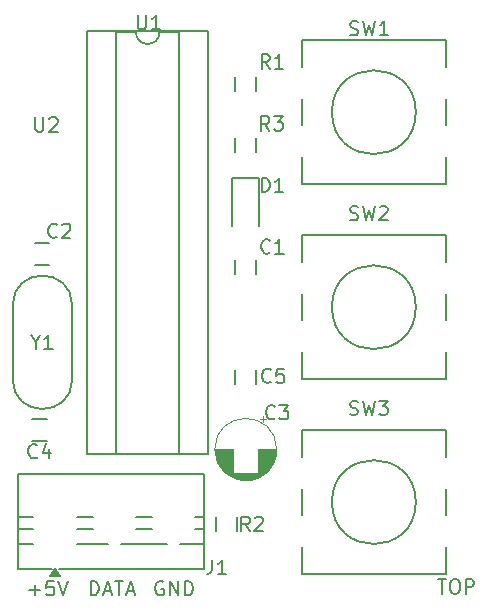
<source format=gbr>
%TF.GenerationSoftware,KiCad,Pcbnew,9.0.1*%
%TF.CreationDate,2025-06-03T10:55:25+05:30*%
%TF.ProjectId,lighting_pcb_tht,6c696768-7469-46e6-975f-7063625f7468,rev?*%
%TF.SameCoordinates,Original*%
%TF.FileFunction,Legend,Top*%
%TF.FilePolarity,Positive*%
%FSLAX46Y46*%
G04 Gerber Fmt 4.6, Leading zero omitted, Abs format (unit mm)*
G04 Created by KiCad (PCBNEW 9.0.1) date 2025-06-03 10:55:25*
%MOMM*%
%LPD*%
G01*
G04 APERTURE LIST*
%ADD10C,0.170000*%
%ADD11C,0.120000*%
G04 APERTURE END LIST*
D10*
X7877556Y-49414302D02*
X7877556Y-48214302D01*
X7877556Y-48214302D02*
X8163270Y-48214302D01*
X8163270Y-48214302D02*
X8334699Y-48271445D01*
X8334699Y-48271445D02*
X8448984Y-48385731D01*
X8448984Y-48385731D02*
X8506127Y-48500017D01*
X8506127Y-48500017D02*
X8563270Y-48728588D01*
X8563270Y-48728588D02*
X8563270Y-48900017D01*
X8563270Y-48900017D02*
X8506127Y-49128588D01*
X8506127Y-49128588D02*
X8448984Y-49242874D01*
X8448984Y-49242874D02*
X8334699Y-49357160D01*
X8334699Y-49357160D02*
X8163270Y-49414302D01*
X8163270Y-49414302D02*
X7877556Y-49414302D01*
X9020413Y-49071445D02*
X9591842Y-49071445D01*
X8906127Y-49414302D02*
X9306127Y-48214302D01*
X9306127Y-48214302D02*
X9706127Y-49414302D01*
X9934698Y-48214302D02*
X10620413Y-48214302D01*
X10277555Y-49414302D02*
X10277555Y-48214302D01*
X10963270Y-49071445D02*
X11534699Y-49071445D01*
X10848984Y-49414302D02*
X11248984Y-48214302D01*
X11248984Y-48214302D02*
X11648984Y-49414302D01*
X14016127Y-48271445D02*
X13901842Y-48214302D01*
X13901842Y-48214302D02*
X13730413Y-48214302D01*
X13730413Y-48214302D02*
X13558984Y-48271445D01*
X13558984Y-48271445D02*
X13444699Y-48385731D01*
X13444699Y-48385731D02*
X13387556Y-48500017D01*
X13387556Y-48500017D02*
X13330413Y-48728588D01*
X13330413Y-48728588D02*
X13330413Y-48900017D01*
X13330413Y-48900017D02*
X13387556Y-49128588D01*
X13387556Y-49128588D02*
X13444699Y-49242874D01*
X13444699Y-49242874D02*
X13558984Y-49357160D01*
X13558984Y-49357160D02*
X13730413Y-49414302D01*
X13730413Y-49414302D02*
X13844699Y-49414302D01*
X13844699Y-49414302D02*
X14016127Y-49357160D01*
X14016127Y-49357160D02*
X14073270Y-49300017D01*
X14073270Y-49300017D02*
X14073270Y-48900017D01*
X14073270Y-48900017D02*
X13844699Y-48900017D01*
X14587556Y-49414302D02*
X14587556Y-48214302D01*
X14587556Y-48214302D02*
X15273270Y-49414302D01*
X15273270Y-49414302D02*
X15273270Y-48214302D01*
X15844699Y-49414302D02*
X15844699Y-48214302D01*
X15844699Y-48214302D02*
X16130413Y-48214302D01*
X16130413Y-48214302D02*
X16301842Y-48271445D01*
X16301842Y-48271445D02*
X16416127Y-48385731D01*
X16416127Y-48385731D02*
X16473270Y-48500017D01*
X16473270Y-48500017D02*
X16530413Y-48728588D01*
X16530413Y-48728588D02*
X16530413Y-48900017D01*
X16530413Y-48900017D02*
X16473270Y-49128588D01*
X16473270Y-49128588D02*
X16416127Y-49242874D01*
X16416127Y-49242874D02*
X16301842Y-49357160D01*
X16301842Y-49357160D02*
X16130413Y-49414302D01*
X16130413Y-49414302D02*
X15844699Y-49414302D01*
X2677556Y-48957160D02*
X3591842Y-48957160D01*
X3134699Y-49414302D02*
X3134699Y-48500017D01*
X4734698Y-48214302D02*
X4163270Y-48214302D01*
X4163270Y-48214302D02*
X4106127Y-48785731D01*
X4106127Y-48785731D02*
X4163270Y-48728588D01*
X4163270Y-48728588D02*
X4277556Y-48671445D01*
X4277556Y-48671445D02*
X4563270Y-48671445D01*
X4563270Y-48671445D02*
X4677556Y-48728588D01*
X4677556Y-48728588D02*
X4734698Y-48785731D01*
X4734698Y-48785731D02*
X4791841Y-48900017D01*
X4791841Y-48900017D02*
X4791841Y-49185731D01*
X4791841Y-49185731D02*
X4734698Y-49300017D01*
X4734698Y-49300017D02*
X4677556Y-49357160D01*
X4677556Y-49357160D02*
X4563270Y-49414302D01*
X4563270Y-49414302D02*
X4277556Y-49414302D01*
X4277556Y-49414302D02*
X4163270Y-49357160D01*
X4163270Y-49357160D02*
X4106127Y-49300017D01*
X5134698Y-48214302D02*
X5534698Y-49414302D01*
X5534698Y-49414302D02*
X5934698Y-48214302D01*
X37296127Y-48054302D02*
X37981842Y-48054302D01*
X37638984Y-49254302D02*
X37638984Y-48054302D01*
X38610413Y-48054302D02*
X38838985Y-48054302D01*
X38838985Y-48054302D02*
X38953270Y-48111445D01*
X38953270Y-48111445D02*
X39067556Y-48225731D01*
X39067556Y-48225731D02*
X39124699Y-48454302D01*
X39124699Y-48454302D02*
X39124699Y-48854302D01*
X39124699Y-48854302D02*
X39067556Y-49082874D01*
X39067556Y-49082874D02*
X38953270Y-49197160D01*
X38953270Y-49197160D02*
X38838985Y-49254302D01*
X38838985Y-49254302D02*
X38610413Y-49254302D01*
X38610413Y-49254302D02*
X38496128Y-49197160D01*
X38496128Y-49197160D02*
X38381842Y-49082874D01*
X38381842Y-49082874D02*
X38324699Y-48854302D01*
X38324699Y-48854302D02*
X38324699Y-48454302D01*
X38324699Y-48454302D02*
X38381842Y-48225731D01*
X38381842Y-48225731D02*
X38496128Y-48111445D01*
X38496128Y-48111445D02*
X38610413Y-48054302D01*
X39638985Y-49254302D02*
X39638985Y-48054302D01*
X39638985Y-48054302D02*
X40096128Y-48054302D01*
X40096128Y-48054302D02*
X40210413Y-48111445D01*
X40210413Y-48111445D02*
X40267556Y-48168588D01*
X40267556Y-48168588D02*
X40324699Y-48282874D01*
X40324699Y-48282874D02*
X40324699Y-48454302D01*
X40324699Y-48454302D02*
X40267556Y-48568588D01*
X40267556Y-48568588D02*
X40210413Y-48625731D01*
X40210413Y-48625731D02*
X40096128Y-48682874D01*
X40096128Y-48682874D02*
X39638985Y-48682874D01*
X22344286Y-15256302D02*
X22344286Y-14056302D01*
X22344286Y-14056302D02*
X22630000Y-14056302D01*
X22630000Y-14056302D02*
X22801429Y-14113445D01*
X22801429Y-14113445D02*
X22915714Y-14227731D01*
X22915714Y-14227731D02*
X22972857Y-14342017D01*
X22972857Y-14342017D02*
X23030000Y-14570588D01*
X23030000Y-14570588D02*
X23030000Y-14742017D01*
X23030000Y-14742017D02*
X22972857Y-14970588D01*
X22972857Y-14970588D02*
X22915714Y-15084874D01*
X22915714Y-15084874D02*
X22801429Y-15199160D01*
X22801429Y-15199160D02*
X22630000Y-15256302D01*
X22630000Y-15256302D02*
X22344286Y-15256302D01*
X24172857Y-15256302D02*
X23487143Y-15256302D01*
X23830000Y-15256302D02*
X23830000Y-14056302D01*
X23830000Y-14056302D02*
X23715714Y-14227731D01*
X23715714Y-14227731D02*
X23601429Y-14342017D01*
X23601429Y-14342017D02*
X23487143Y-14399160D01*
X23040000Y-4806302D02*
X22640000Y-4234874D01*
X22354286Y-4806302D02*
X22354286Y-3606302D01*
X22354286Y-3606302D02*
X22811429Y-3606302D01*
X22811429Y-3606302D02*
X22925714Y-3663445D01*
X22925714Y-3663445D02*
X22982857Y-3720588D01*
X22982857Y-3720588D02*
X23040000Y-3834874D01*
X23040000Y-3834874D02*
X23040000Y-4006302D01*
X23040000Y-4006302D02*
X22982857Y-4120588D01*
X22982857Y-4120588D02*
X22925714Y-4177731D01*
X22925714Y-4177731D02*
X22811429Y-4234874D01*
X22811429Y-4234874D02*
X22354286Y-4234874D01*
X24182857Y-4806302D02*
X23497143Y-4806302D01*
X23840000Y-4806302D02*
X23840000Y-3606302D01*
X23840000Y-3606302D02*
X23725714Y-3777731D01*
X23725714Y-3777731D02*
X23611429Y-3892017D01*
X23611429Y-3892017D02*
X23497143Y-3949160D01*
X3185714Y-8946302D02*
X3185714Y-9917731D01*
X3185714Y-9917731D02*
X3242857Y-10032017D01*
X3242857Y-10032017D02*
X3300000Y-10089160D01*
X3300000Y-10089160D02*
X3414285Y-10146302D01*
X3414285Y-10146302D02*
X3642857Y-10146302D01*
X3642857Y-10146302D02*
X3757142Y-10089160D01*
X3757142Y-10089160D02*
X3814285Y-10032017D01*
X3814285Y-10032017D02*
X3871428Y-9917731D01*
X3871428Y-9917731D02*
X3871428Y-8946302D01*
X4385714Y-9060588D02*
X4442857Y-9003445D01*
X4442857Y-9003445D02*
X4557143Y-8946302D01*
X4557143Y-8946302D02*
X4842857Y-8946302D01*
X4842857Y-8946302D02*
X4957143Y-9003445D01*
X4957143Y-9003445D02*
X5014285Y-9060588D01*
X5014285Y-9060588D02*
X5071428Y-9174874D01*
X5071428Y-9174874D02*
X5071428Y-9289160D01*
X5071428Y-9289160D02*
X5014285Y-9460588D01*
X5014285Y-9460588D02*
X4328571Y-10146302D01*
X4328571Y-10146302D02*
X5071428Y-10146302D01*
X11865714Y-276302D02*
X11865714Y-1247731D01*
X11865714Y-1247731D02*
X11922857Y-1362017D01*
X11922857Y-1362017D02*
X11980000Y-1419160D01*
X11980000Y-1419160D02*
X12094285Y-1476302D01*
X12094285Y-1476302D02*
X12322857Y-1476302D01*
X12322857Y-1476302D02*
X12437142Y-1419160D01*
X12437142Y-1419160D02*
X12494285Y-1362017D01*
X12494285Y-1362017D02*
X12551428Y-1247731D01*
X12551428Y-1247731D02*
X12551428Y-276302D01*
X13751428Y-1476302D02*
X13065714Y-1476302D01*
X13408571Y-1476302D02*
X13408571Y-276302D01*
X13408571Y-276302D02*
X13294285Y-447731D01*
X13294285Y-447731D02*
X13180000Y-562017D01*
X13180000Y-562017D02*
X13065714Y-619160D01*
X29830000Y-34089160D02*
X30001429Y-34146302D01*
X30001429Y-34146302D02*
X30287143Y-34146302D01*
X30287143Y-34146302D02*
X30401429Y-34089160D01*
X30401429Y-34089160D02*
X30458571Y-34032017D01*
X30458571Y-34032017D02*
X30515714Y-33917731D01*
X30515714Y-33917731D02*
X30515714Y-33803445D01*
X30515714Y-33803445D02*
X30458571Y-33689160D01*
X30458571Y-33689160D02*
X30401429Y-33632017D01*
X30401429Y-33632017D02*
X30287143Y-33574874D01*
X30287143Y-33574874D02*
X30058571Y-33517731D01*
X30058571Y-33517731D02*
X29944286Y-33460588D01*
X29944286Y-33460588D02*
X29887143Y-33403445D01*
X29887143Y-33403445D02*
X29830000Y-33289160D01*
X29830000Y-33289160D02*
X29830000Y-33174874D01*
X29830000Y-33174874D02*
X29887143Y-33060588D01*
X29887143Y-33060588D02*
X29944286Y-33003445D01*
X29944286Y-33003445D02*
X30058571Y-32946302D01*
X30058571Y-32946302D02*
X30344286Y-32946302D01*
X30344286Y-32946302D02*
X30515714Y-33003445D01*
X30915714Y-32946302D02*
X31201428Y-34146302D01*
X31201428Y-34146302D02*
X31430000Y-33289160D01*
X31430000Y-33289160D02*
X31658571Y-34146302D01*
X31658571Y-34146302D02*
X31944286Y-32946302D01*
X32287143Y-32946302D02*
X33030000Y-32946302D01*
X33030000Y-32946302D02*
X32630000Y-33403445D01*
X32630000Y-33403445D02*
X32801429Y-33403445D01*
X32801429Y-33403445D02*
X32915715Y-33460588D01*
X32915715Y-33460588D02*
X32972857Y-33517731D01*
X32972857Y-33517731D02*
X33030000Y-33632017D01*
X33030000Y-33632017D02*
X33030000Y-33917731D01*
X33030000Y-33917731D02*
X32972857Y-34032017D01*
X32972857Y-34032017D02*
X32915715Y-34089160D01*
X32915715Y-34089160D02*
X32801429Y-34146302D01*
X32801429Y-34146302D02*
X32458572Y-34146302D01*
X32458572Y-34146302D02*
X32344286Y-34089160D01*
X32344286Y-34089160D02*
X32287143Y-34032017D01*
X29830000Y-17589160D02*
X30001429Y-17646302D01*
X30001429Y-17646302D02*
X30287143Y-17646302D01*
X30287143Y-17646302D02*
X30401429Y-17589160D01*
X30401429Y-17589160D02*
X30458571Y-17532017D01*
X30458571Y-17532017D02*
X30515714Y-17417731D01*
X30515714Y-17417731D02*
X30515714Y-17303445D01*
X30515714Y-17303445D02*
X30458571Y-17189160D01*
X30458571Y-17189160D02*
X30401429Y-17132017D01*
X30401429Y-17132017D02*
X30287143Y-17074874D01*
X30287143Y-17074874D02*
X30058571Y-17017731D01*
X30058571Y-17017731D02*
X29944286Y-16960588D01*
X29944286Y-16960588D02*
X29887143Y-16903445D01*
X29887143Y-16903445D02*
X29830000Y-16789160D01*
X29830000Y-16789160D02*
X29830000Y-16674874D01*
X29830000Y-16674874D02*
X29887143Y-16560588D01*
X29887143Y-16560588D02*
X29944286Y-16503445D01*
X29944286Y-16503445D02*
X30058571Y-16446302D01*
X30058571Y-16446302D02*
X30344286Y-16446302D01*
X30344286Y-16446302D02*
X30515714Y-16503445D01*
X30915714Y-16446302D02*
X31201428Y-17646302D01*
X31201428Y-17646302D02*
X31430000Y-16789160D01*
X31430000Y-16789160D02*
X31658571Y-17646302D01*
X31658571Y-17646302D02*
X31944286Y-16446302D01*
X32344286Y-16560588D02*
X32401429Y-16503445D01*
X32401429Y-16503445D02*
X32515715Y-16446302D01*
X32515715Y-16446302D02*
X32801429Y-16446302D01*
X32801429Y-16446302D02*
X32915715Y-16503445D01*
X32915715Y-16503445D02*
X32972857Y-16560588D01*
X32972857Y-16560588D02*
X33030000Y-16674874D01*
X33030000Y-16674874D02*
X33030000Y-16789160D01*
X33030000Y-16789160D02*
X32972857Y-16960588D01*
X32972857Y-16960588D02*
X32287143Y-17646302D01*
X32287143Y-17646302D02*
X33030000Y-17646302D01*
X23460000Y-34402017D02*
X23402857Y-34459160D01*
X23402857Y-34459160D02*
X23231429Y-34516302D01*
X23231429Y-34516302D02*
X23117143Y-34516302D01*
X23117143Y-34516302D02*
X22945714Y-34459160D01*
X22945714Y-34459160D02*
X22831429Y-34344874D01*
X22831429Y-34344874D02*
X22774286Y-34230588D01*
X22774286Y-34230588D02*
X22717143Y-34002017D01*
X22717143Y-34002017D02*
X22717143Y-33830588D01*
X22717143Y-33830588D02*
X22774286Y-33602017D01*
X22774286Y-33602017D02*
X22831429Y-33487731D01*
X22831429Y-33487731D02*
X22945714Y-33373445D01*
X22945714Y-33373445D02*
X23117143Y-33316302D01*
X23117143Y-33316302D02*
X23231429Y-33316302D01*
X23231429Y-33316302D02*
X23402857Y-33373445D01*
X23402857Y-33373445D02*
X23460000Y-33430588D01*
X23860000Y-33316302D02*
X24602857Y-33316302D01*
X24602857Y-33316302D02*
X24202857Y-33773445D01*
X24202857Y-33773445D02*
X24374286Y-33773445D01*
X24374286Y-33773445D02*
X24488572Y-33830588D01*
X24488572Y-33830588D02*
X24545714Y-33887731D01*
X24545714Y-33887731D02*
X24602857Y-34002017D01*
X24602857Y-34002017D02*
X24602857Y-34287731D01*
X24602857Y-34287731D02*
X24545714Y-34402017D01*
X24545714Y-34402017D02*
X24488572Y-34459160D01*
X24488572Y-34459160D02*
X24374286Y-34516302D01*
X24374286Y-34516302D02*
X24031429Y-34516302D01*
X24031429Y-34516302D02*
X23917143Y-34459160D01*
X23917143Y-34459160D02*
X23860000Y-34402017D01*
X18140000Y-46376302D02*
X18140000Y-47233445D01*
X18140000Y-47233445D02*
X18082857Y-47404874D01*
X18082857Y-47404874D02*
X17968571Y-47519160D01*
X17968571Y-47519160D02*
X17797143Y-47576302D01*
X17797143Y-47576302D02*
X17682857Y-47576302D01*
X19340000Y-47576302D02*
X18654286Y-47576302D01*
X18997143Y-47576302D02*
X18997143Y-46376302D01*
X18997143Y-46376302D02*
X18882857Y-46547731D01*
X18882857Y-46547731D02*
X18768572Y-46662017D01*
X18768572Y-46662017D02*
X18654286Y-46719160D01*
X21330000Y-43956302D02*
X20930000Y-43384874D01*
X20644286Y-43956302D02*
X20644286Y-42756302D01*
X20644286Y-42756302D02*
X21101429Y-42756302D01*
X21101429Y-42756302D02*
X21215714Y-42813445D01*
X21215714Y-42813445D02*
X21272857Y-42870588D01*
X21272857Y-42870588D02*
X21330000Y-42984874D01*
X21330000Y-42984874D02*
X21330000Y-43156302D01*
X21330000Y-43156302D02*
X21272857Y-43270588D01*
X21272857Y-43270588D02*
X21215714Y-43327731D01*
X21215714Y-43327731D02*
X21101429Y-43384874D01*
X21101429Y-43384874D02*
X20644286Y-43384874D01*
X21787143Y-42870588D02*
X21844286Y-42813445D01*
X21844286Y-42813445D02*
X21958572Y-42756302D01*
X21958572Y-42756302D02*
X22244286Y-42756302D01*
X22244286Y-42756302D02*
X22358572Y-42813445D01*
X22358572Y-42813445D02*
X22415714Y-42870588D01*
X22415714Y-42870588D02*
X22472857Y-42984874D01*
X22472857Y-42984874D02*
X22472857Y-43099160D01*
X22472857Y-43099160D02*
X22415714Y-43270588D01*
X22415714Y-43270588D02*
X21730000Y-43956302D01*
X21730000Y-43956302D02*
X22472857Y-43956302D01*
X5020000Y-19032017D02*
X4962857Y-19089160D01*
X4962857Y-19089160D02*
X4791429Y-19146302D01*
X4791429Y-19146302D02*
X4677143Y-19146302D01*
X4677143Y-19146302D02*
X4505714Y-19089160D01*
X4505714Y-19089160D02*
X4391429Y-18974874D01*
X4391429Y-18974874D02*
X4334286Y-18860588D01*
X4334286Y-18860588D02*
X4277143Y-18632017D01*
X4277143Y-18632017D02*
X4277143Y-18460588D01*
X4277143Y-18460588D02*
X4334286Y-18232017D01*
X4334286Y-18232017D02*
X4391429Y-18117731D01*
X4391429Y-18117731D02*
X4505714Y-18003445D01*
X4505714Y-18003445D02*
X4677143Y-17946302D01*
X4677143Y-17946302D02*
X4791429Y-17946302D01*
X4791429Y-17946302D02*
X4962857Y-18003445D01*
X4962857Y-18003445D02*
X5020000Y-18060588D01*
X5477143Y-18060588D02*
X5534286Y-18003445D01*
X5534286Y-18003445D02*
X5648572Y-17946302D01*
X5648572Y-17946302D02*
X5934286Y-17946302D01*
X5934286Y-17946302D02*
X6048572Y-18003445D01*
X6048572Y-18003445D02*
X6105714Y-18060588D01*
X6105714Y-18060588D02*
X6162857Y-18174874D01*
X6162857Y-18174874D02*
X6162857Y-18289160D01*
X6162857Y-18289160D02*
X6105714Y-18460588D01*
X6105714Y-18460588D02*
X5420000Y-19146302D01*
X5420000Y-19146302D02*
X6162857Y-19146302D01*
X23120000Y-31312017D02*
X23062857Y-31369160D01*
X23062857Y-31369160D02*
X22891429Y-31426302D01*
X22891429Y-31426302D02*
X22777143Y-31426302D01*
X22777143Y-31426302D02*
X22605714Y-31369160D01*
X22605714Y-31369160D02*
X22491429Y-31254874D01*
X22491429Y-31254874D02*
X22434286Y-31140588D01*
X22434286Y-31140588D02*
X22377143Y-30912017D01*
X22377143Y-30912017D02*
X22377143Y-30740588D01*
X22377143Y-30740588D02*
X22434286Y-30512017D01*
X22434286Y-30512017D02*
X22491429Y-30397731D01*
X22491429Y-30397731D02*
X22605714Y-30283445D01*
X22605714Y-30283445D02*
X22777143Y-30226302D01*
X22777143Y-30226302D02*
X22891429Y-30226302D01*
X22891429Y-30226302D02*
X23062857Y-30283445D01*
X23062857Y-30283445D02*
X23120000Y-30340588D01*
X24205714Y-30226302D02*
X23634286Y-30226302D01*
X23634286Y-30226302D02*
X23577143Y-30797731D01*
X23577143Y-30797731D02*
X23634286Y-30740588D01*
X23634286Y-30740588D02*
X23748572Y-30683445D01*
X23748572Y-30683445D02*
X24034286Y-30683445D01*
X24034286Y-30683445D02*
X24148572Y-30740588D01*
X24148572Y-30740588D02*
X24205714Y-30797731D01*
X24205714Y-30797731D02*
X24262857Y-30912017D01*
X24262857Y-30912017D02*
X24262857Y-31197731D01*
X24262857Y-31197731D02*
X24205714Y-31312017D01*
X24205714Y-31312017D02*
X24148572Y-31369160D01*
X24148572Y-31369160D02*
X24034286Y-31426302D01*
X24034286Y-31426302D02*
X23748572Y-31426302D01*
X23748572Y-31426302D02*
X23634286Y-31369160D01*
X23634286Y-31369160D02*
X23577143Y-31312017D01*
X23060000Y-20352017D02*
X23002857Y-20409160D01*
X23002857Y-20409160D02*
X22831429Y-20466302D01*
X22831429Y-20466302D02*
X22717143Y-20466302D01*
X22717143Y-20466302D02*
X22545714Y-20409160D01*
X22545714Y-20409160D02*
X22431429Y-20294874D01*
X22431429Y-20294874D02*
X22374286Y-20180588D01*
X22374286Y-20180588D02*
X22317143Y-19952017D01*
X22317143Y-19952017D02*
X22317143Y-19780588D01*
X22317143Y-19780588D02*
X22374286Y-19552017D01*
X22374286Y-19552017D02*
X22431429Y-19437731D01*
X22431429Y-19437731D02*
X22545714Y-19323445D01*
X22545714Y-19323445D02*
X22717143Y-19266302D01*
X22717143Y-19266302D02*
X22831429Y-19266302D01*
X22831429Y-19266302D02*
X23002857Y-19323445D01*
X23002857Y-19323445D02*
X23060000Y-19380588D01*
X24202857Y-20466302D02*
X23517143Y-20466302D01*
X23860000Y-20466302D02*
X23860000Y-19266302D01*
X23860000Y-19266302D02*
X23745714Y-19437731D01*
X23745714Y-19437731D02*
X23631429Y-19552017D01*
X23631429Y-19552017D02*
X23517143Y-19609160D01*
X23000000Y-10056302D02*
X22600000Y-9484874D01*
X22314286Y-10056302D02*
X22314286Y-8856302D01*
X22314286Y-8856302D02*
X22771429Y-8856302D01*
X22771429Y-8856302D02*
X22885714Y-8913445D01*
X22885714Y-8913445D02*
X22942857Y-8970588D01*
X22942857Y-8970588D02*
X23000000Y-9084874D01*
X23000000Y-9084874D02*
X23000000Y-9256302D01*
X23000000Y-9256302D02*
X22942857Y-9370588D01*
X22942857Y-9370588D02*
X22885714Y-9427731D01*
X22885714Y-9427731D02*
X22771429Y-9484874D01*
X22771429Y-9484874D02*
X22314286Y-9484874D01*
X23400000Y-8856302D02*
X24142857Y-8856302D01*
X24142857Y-8856302D02*
X23742857Y-9313445D01*
X23742857Y-9313445D02*
X23914286Y-9313445D01*
X23914286Y-9313445D02*
X24028572Y-9370588D01*
X24028572Y-9370588D02*
X24085714Y-9427731D01*
X24085714Y-9427731D02*
X24142857Y-9542017D01*
X24142857Y-9542017D02*
X24142857Y-9827731D01*
X24142857Y-9827731D02*
X24085714Y-9942017D01*
X24085714Y-9942017D02*
X24028572Y-9999160D01*
X24028572Y-9999160D02*
X23914286Y-10056302D01*
X23914286Y-10056302D02*
X23571429Y-10056302D01*
X23571429Y-10056302D02*
X23457143Y-9999160D01*
X23457143Y-9999160D02*
X23400000Y-9942017D01*
X3347500Y-37682017D02*
X3290357Y-37739160D01*
X3290357Y-37739160D02*
X3118929Y-37796302D01*
X3118929Y-37796302D02*
X3004643Y-37796302D01*
X3004643Y-37796302D02*
X2833214Y-37739160D01*
X2833214Y-37739160D02*
X2718929Y-37624874D01*
X2718929Y-37624874D02*
X2661786Y-37510588D01*
X2661786Y-37510588D02*
X2604643Y-37282017D01*
X2604643Y-37282017D02*
X2604643Y-37110588D01*
X2604643Y-37110588D02*
X2661786Y-36882017D01*
X2661786Y-36882017D02*
X2718929Y-36767731D01*
X2718929Y-36767731D02*
X2833214Y-36653445D01*
X2833214Y-36653445D02*
X3004643Y-36596302D01*
X3004643Y-36596302D02*
X3118929Y-36596302D01*
X3118929Y-36596302D02*
X3290357Y-36653445D01*
X3290357Y-36653445D02*
X3347500Y-36710588D01*
X4376072Y-36996302D02*
X4376072Y-37796302D01*
X4090357Y-36539160D02*
X3804643Y-37396302D01*
X3804643Y-37396302D02*
X4547500Y-37396302D01*
X29830000Y-1939160D02*
X30001429Y-1996302D01*
X30001429Y-1996302D02*
X30287143Y-1996302D01*
X30287143Y-1996302D02*
X30401429Y-1939160D01*
X30401429Y-1939160D02*
X30458571Y-1882017D01*
X30458571Y-1882017D02*
X30515714Y-1767731D01*
X30515714Y-1767731D02*
X30515714Y-1653445D01*
X30515714Y-1653445D02*
X30458571Y-1539160D01*
X30458571Y-1539160D02*
X30401429Y-1482017D01*
X30401429Y-1482017D02*
X30287143Y-1424874D01*
X30287143Y-1424874D02*
X30058571Y-1367731D01*
X30058571Y-1367731D02*
X29944286Y-1310588D01*
X29944286Y-1310588D02*
X29887143Y-1253445D01*
X29887143Y-1253445D02*
X29830000Y-1139160D01*
X29830000Y-1139160D02*
X29830000Y-1024874D01*
X29830000Y-1024874D02*
X29887143Y-910588D01*
X29887143Y-910588D02*
X29944286Y-853445D01*
X29944286Y-853445D02*
X30058571Y-796302D01*
X30058571Y-796302D02*
X30344286Y-796302D01*
X30344286Y-796302D02*
X30515714Y-853445D01*
X30915714Y-796302D02*
X31201428Y-1996302D01*
X31201428Y-1996302D02*
X31430000Y-1139160D01*
X31430000Y-1139160D02*
X31658571Y-1996302D01*
X31658571Y-1996302D02*
X31944286Y-796302D01*
X33030000Y-1996302D02*
X32344286Y-1996302D01*
X32687143Y-1996302D02*
X32687143Y-796302D01*
X32687143Y-796302D02*
X32572857Y-967731D01*
X32572857Y-967731D02*
X32458572Y-1082017D01*
X32458572Y-1082017D02*
X32344286Y-1139160D01*
X3218571Y-27964874D02*
X3218571Y-28536302D01*
X2818571Y-27336302D02*
X3218571Y-27964874D01*
X3218571Y-27964874D02*
X3618571Y-27336302D01*
X4647142Y-28536302D02*
X3961428Y-28536302D01*
X4304285Y-28536302D02*
X4304285Y-27336302D01*
X4304285Y-27336302D02*
X4189999Y-27507731D01*
X4189999Y-27507731D02*
X4075714Y-27622017D01*
X4075714Y-27622017D02*
X3961428Y-27679160D01*
%TO.C,D1*%
X22135000Y-18107500D02*
X22135000Y-14047500D01*
X22135000Y-14047500D02*
X19865000Y-14047500D01*
X19865000Y-14047500D02*
X19865000Y-18107500D01*
%TO.C,R1*%
X20090000Y-5487500D02*
X20090000Y-6687500D01*
X21910000Y-5487500D02*
X21910000Y-6687500D01*
%TO.C,U1*%
X10050000Y-1720000D02*
X10050000Y-37400000D01*
X10050000Y-37400000D02*
X15350000Y-37400000D01*
X11700000Y-1720000D02*
X10050000Y-1720000D01*
D11*
X15350000Y-1720000D02*
X13700000Y-1720000D01*
D10*
X15350000Y-37400000D02*
X15350000Y-1720000D01*
X7560000Y-1660000D02*
X17840000Y-1660000D01*
X17840000Y-37460000D01*
X7560000Y-37460000D01*
X7560000Y-1660000D01*
X13700000Y-1720000D02*
G75*
G02*
X11700000Y-1720000I-1000000J0D01*
G01*
%TO.C,SW3*%
X35400000Y-41510000D02*
G75*
G02*
X28300000Y-41510000I-3550000J0D01*
G01*
X28300000Y-41510000D02*
G75*
G02*
X35400000Y-41510000I3550000J0D01*
G01*
X37960000Y-47620000D02*
X25740000Y-47620000D01*
X37960000Y-45310000D02*
X37960000Y-47620000D01*
X37960000Y-40410000D02*
X37960000Y-42610000D01*
X37960000Y-35400000D02*
X37960000Y-37710000D01*
X25740000Y-45310000D02*
X25740000Y-47620000D01*
X25740000Y-40410000D02*
X25740000Y-42610000D01*
X25740000Y-35400000D02*
X37960000Y-35400000D01*
X25740000Y-35400000D02*
X25740000Y-37710000D01*
%TO.C,SW2*%
X35400000Y-25010000D02*
G75*
G02*
X28300000Y-25010000I-3550000J0D01*
G01*
X28300000Y-25010000D02*
G75*
G02*
X35400000Y-25010000I3550000J0D01*
G01*
X37960000Y-31120000D02*
X25740000Y-31120000D01*
X37960000Y-28810000D02*
X37960000Y-31120000D01*
X37960000Y-23910000D02*
X37960000Y-26110000D01*
X37960000Y-18900000D02*
X37960000Y-21210000D01*
X25740000Y-28810000D02*
X25740000Y-31120000D01*
X25740000Y-23910000D02*
X25740000Y-26110000D01*
X25740000Y-18900000D02*
X37960000Y-18900000D01*
X25740000Y-18900000D02*
X25740000Y-21210000D01*
D11*
%TO.C,C3*%
X23620000Y-37050000D02*
G75*
G02*
X18380000Y-37050000I-2620000J0D01*
G01*
X18380000Y-37050000D02*
G75*
G02*
X23620000Y-37050000I2620000J0D01*
G01*
X23580000Y-37090000D02*
X22040000Y-37090000D01*
X23580000Y-37050000D02*
X22040000Y-37050000D01*
X23579000Y-37130000D02*
X22040000Y-37130000D01*
X23577000Y-37170000D02*
X22040000Y-37170000D01*
X23575000Y-37210000D02*
X22040000Y-37210000D01*
X23572000Y-37250000D02*
X22040000Y-37250000D01*
X23569000Y-37290000D02*
X22040000Y-37290000D01*
X23565000Y-37330000D02*
X22040000Y-37330000D01*
X23560000Y-37370000D02*
X22040000Y-37370000D01*
X23555000Y-37410000D02*
X22040000Y-37410000D01*
X23549000Y-37450000D02*
X22040000Y-37450000D01*
X23543000Y-37490000D02*
X22040000Y-37490000D01*
X23536000Y-37530000D02*
X22040000Y-37530000D01*
X23528000Y-37570000D02*
X22040000Y-37570000D01*
X23519000Y-37610000D02*
X22040000Y-37610000D01*
X23510000Y-37650000D02*
X22040000Y-37650000D01*
X23501000Y-37690000D02*
X22040000Y-37690000D01*
X23490000Y-37730000D02*
X22040000Y-37730000D01*
X23479000Y-37770000D02*
X22040000Y-37770000D01*
X23467000Y-37810000D02*
X22040000Y-37810000D01*
X23455000Y-37850000D02*
X22040000Y-37850000D01*
X23442000Y-37890000D02*
X22040000Y-37890000D01*
X23428000Y-37930000D02*
X22040000Y-37930000D01*
X23413000Y-37970000D02*
X22040000Y-37970000D01*
X23398000Y-38010000D02*
X22040000Y-38010000D01*
X23382000Y-38050000D02*
X22040000Y-38050000D01*
X23365000Y-38090000D02*
X22040000Y-38090000D01*
X23347000Y-38130000D02*
X22040000Y-38130000D01*
X23329000Y-38170000D02*
X22040000Y-38170000D01*
X23309000Y-38210000D02*
X22040000Y-38210000D01*
X23289000Y-38250000D02*
X22040000Y-38250000D01*
X23268000Y-38290000D02*
X22040000Y-38290000D01*
X23246000Y-38330000D02*
X22040000Y-38330000D01*
X23223000Y-38370000D02*
X22040000Y-38370000D01*
X23199000Y-38410000D02*
X22040000Y-38410000D01*
X23175000Y-38450000D02*
X22040000Y-38450000D01*
X23149000Y-38490000D02*
X22040000Y-38490000D01*
X23122000Y-38530000D02*
X22040000Y-38530000D01*
X23094000Y-38570000D02*
X22040000Y-38570000D01*
X23065000Y-38610000D02*
X22040000Y-38610000D01*
X23035000Y-38650000D02*
X22040000Y-38650000D01*
X23003000Y-38690000D02*
X22040000Y-38690000D01*
X22970000Y-38730000D02*
X22040000Y-38730000D01*
X22936000Y-38770000D02*
X22040000Y-38770000D01*
X22901000Y-38810000D02*
X22040000Y-38810000D01*
X22864000Y-38850000D02*
X22040000Y-38850000D01*
X22825000Y-38890000D02*
X22040000Y-38890000D01*
X22785000Y-38930000D02*
X22040000Y-38930000D01*
X22743000Y-38970000D02*
X22040000Y-38970000D01*
X22725000Y-34495225D02*
X22225000Y-34495225D01*
X22699000Y-39010000D02*
X22040000Y-39010000D01*
X22652000Y-39050000D02*
X22040000Y-39050000D01*
X22604000Y-39090000D02*
X19396000Y-39090000D01*
X22553000Y-39130000D02*
X19447000Y-39130000D01*
X22499000Y-39170000D02*
X19501000Y-39170000D01*
X22475000Y-34245225D02*
X22475000Y-34745225D01*
X22443000Y-39210000D02*
X19557000Y-39210000D01*
X22383000Y-39250000D02*
X19617000Y-39250000D01*
X22319000Y-39290000D02*
X19681000Y-39290000D01*
X22251000Y-39330000D02*
X19749000Y-39330000D01*
X22177000Y-39370000D02*
X19823000Y-39370000D01*
X22098000Y-39410000D02*
X19902000Y-39410000D01*
X22011000Y-39450000D02*
X19989000Y-39450000D01*
X21914000Y-39490000D02*
X20086000Y-39490000D01*
X21805000Y-39530000D02*
X20195000Y-39530000D01*
X21677000Y-39570000D02*
X20323000Y-39570000D01*
X21517000Y-39610000D02*
X20483000Y-39610000D01*
X21283000Y-39650000D02*
X20717000Y-39650000D01*
X19960000Y-39050000D02*
X19348000Y-39050000D01*
X19960000Y-39010000D02*
X19301000Y-39010000D01*
X19960000Y-38970000D02*
X19257000Y-38970000D01*
X19960000Y-38930000D02*
X19215000Y-38930000D01*
X19960000Y-38890000D02*
X19175000Y-38890000D01*
X19960000Y-38850000D02*
X19136000Y-38850000D01*
X19960000Y-38810000D02*
X19099000Y-38810000D01*
X19960000Y-38770000D02*
X19064000Y-38770000D01*
X19960000Y-38730000D02*
X19030000Y-38730000D01*
X19960000Y-38690000D02*
X18997000Y-38690000D01*
X19960000Y-38650000D02*
X18965000Y-38650000D01*
X19960000Y-38610000D02*
X18935000Y-38610000D01*
X19960000Y-38570000D02*
X18906000Y-38570000D01*
X19960000Y-38530000D02*
X18878000Y-38530000D01*
X19960000Y-38490000D02*
X18851000Y-38490000D01*
X19960000Y-38450000D02*
X18825000Y-38450000D01*
X19960000Y-38410000D02*
X18801000Y-38410000D01*
X19960000Y-38370000D02*
X18777000Y-38370000D01*
X19960000Y-38330000D02*
X18754000Y-38330000D01*
X19960000Y-38290000D02*
X18732000Y-38290000D01*
X19960000Y-38250000D02*
X18711000Y-38250000D01*
X19960000Y-38210000D02*
X18691000Y-38210000D01*
X19960000Y-38170000D02*
X18671000Y-38170000D01*
X19960000Y-38130000D02*
X18653000Y-38130000D01*
X19960000Y-38090000D02*
X18635000Y-38090000D01*
X19960000Y-38050000D02*
X18618000Y-38050000D01*
X19960000Y-38010000D02*
X18602000Y-38010000D01*
X19960000Y-37970000D02*
X18587000Y-37970000D01*
X19960000Y-37930000D02*
X18572000Y-37930000D01*
X19960000Y-37890000D02*
X18558000Y-37890000D01*
X19960000Y-37850000D02*
X18545000Y-37850000D01*
X19960000Y-37810000D02*
X18533000Y-37810000D01*
X19960000Y-37770000D02*
X18521000Y-37770000D01*
X19960000Y-37730000D02*
X18510000Y-37730000D01*
X19960000Y-37690000D02*
X18499000Y-37690000D01*
X19960000Y-37650000D02*
X18490000Y-37650000D01*
X19960000Y-37610000D02*
X18481000Y-37610000D01*
X19960000Y-37570000D02*
X18472000Y-37570000D01*
X19960000Y-37530000D02*
X18464000Y-37530000D01*
X19960000Y-37490000D02*
X18457000Y-37490000D01*
X19960000Y-37450000D02*
X18451000Y-37450000D01*
X19960000Y-37410000D02*
X18445000Y-37410000D01*
X19960000Y-37370000D02*
X18440000Y-37370000D01*
X19960000Y-37330000D02*
X18435000Y-37330000D01*
X19960000Y-37290000D02*
X18431000Y-37290000D01*
X19960000Y-37250000D02*
X18428000Y-37250000D01*
X19960000Y-37210000D02*
X18425000Y-37210000D01*
X19960000Y-37170000D02*
X18423000Y-37170000D01*
X19960000Y-37130000D02*
X18421000Y-37130000D01*
X19960000Y-37090000D02*
X18420000Y-37090000D01*
X19960000Y-37050000D02*
X18420000Y-37050000D01*
D10*
%TO.C,J1*%
X5300000Y-47800000D02*
X4420000Y-47800000D01*
X4860000Y-47190000D01*
X5300000Y-47800000D01*
G36*
X5300000Y-47800000D02*
G01*
X4420000Y-47800000D01*
X4860000Y-47190000D01*
X5300000Y-47800000D01*
G37*
X17480000Y-39150000D02*
X17480000Y-47190000D01*
X16672000Y-43770000D02*
X17480000Y-43770000D01*
X16672000Y-42770000D02*
X17480000Y-42770000D01*
X15403000Y-45070000D02*
X17480000Y-45070000D01*
X11672000Y-43770000D02*
X13048000Y-43770000D01*
X11672000Y-42770000D02*
X13048000Y-42770000D01*
X10403000Y-45070000D02*
X14317000Y-45070000D01*
X6740000Y-45070000D02*
X9317000Y-45070000D01*
X6740000Y-43770000D02*
X8048000Y-43770000D01*
X6740000Y-42770000D02*
X8048000Y-42770000D01*
X5160000Y-47190000D02*
X17480000Y-47190000D01*
X1740000Y-47190000D02*
X4560000Y-47190000D01*
X1740000Y-45070000D02*
X2980000Y-45070000D01*
X1740000Y-43770000D02*
X2980000Y-43770000D01*
X1740000Y-42770000D02*
X2980000Y-42770000D01*
X1740000Y-39150000D02*
X17480000Y-39150000D01*
X1740000Y-39150000D02*
X1740000Y-47190000D01*
%TO.C,R2*%
X20290000Y-42760000D02*
X20290000Y-43960000D01*
X18470000Y-42760000D02*
X18470000Y-43960000D01*
%TO.C,C2*%
X4320000Y-21410000D02*
X3120000Y-21420000D01*
X4320000Y-19600000D02*
X3120000Y-19600000D01*
%TO.C,C5*%
X21900000Y-30327500D02*
X21910000Y-31527500D01*
X20090000Y-30327500D02*
X20090000Y-31527500D01*
%TO.C,C1*%
X21910000Y-22200000D02*
X21910000Y-21000000D01*
X20100000Y-22200000D02*
X20090000Y-21000000D01*
%TO.C,R3*%
X21910000Y-10647500D02*
X21910000Y-11847500D01*
X20090000Y-10647500D02*
X20090000Y-11847500D01*
%TO.C,C4*%
X4147500Y-36300000D02*
X2947500Y-36310000D01*
X4147500Y-34490000D02*
X2947500Y-34490000D01*
%TO.C,SW1*%
X35400000Y-8500000D02*
G75*
G02*
X28300000Y-8500000I-3550000J0D01*
G01*
X28300000Y-8500000D02*
G75*
G02*
X35400000Y-8500000I3550000J0D01*
G01*
X37960000Y-14610000D02*
X25740000Y-14610000D01*
X37960000Y-12300000D02*
X37960000Y-14610000D01*
X37960000Y-7400000D02*
X37960000Y-9600000D01*
X37960000Y-2390000D02*
X37960000Y-4700000D01*
X25740000Y-12300000D02*
X25740000Y-14610000D01*
X25740000Y-7400000D02*
X25740000Y-9600000D01*
X25740000Y-2390000D02*
X37960000Y-2390000D01*
X25740000Y-2390000D02*
X25740000Y-4700000D01*
%TO.C,Y1*%
X6315000Y-31105000D02*
G75*
G02*
X1265000Y-31105000I-2525000J0D01*
G01*
X1265000Y-24855000D02*
G75*
G02*
X6315000Y-24855000I2525000J0D01*
G01*
X6315000Y-24855000D02*
X6315000Y-31105000D01*
X1265000Y-24855000D02*
X1265000Y-31105000D01*
%TD*%
M02*

</source>
